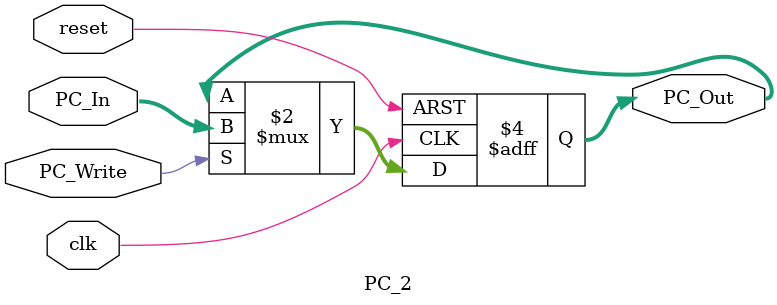
<source format=v>
`timescale 1ns / 1ps

module PC_2 (
    input clk,
    input reset,
    input [63:0] PC_In,
    input PC_Write,
    output reg [63:0] PC_Out
    );
    
    always @(posedge clk or posedge reset) begin
        if (reset)
            PC_Out <= 0;
        else if (PC_Write)
            PC_Out <= PC_In;
    end
    
endmodule

</source>
